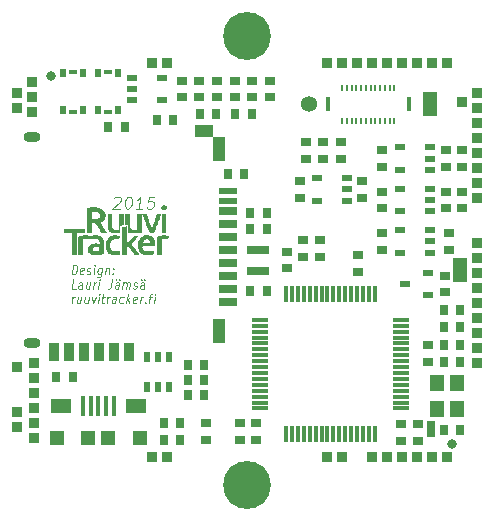
<source format=gts>
G04 (created by PCBNEW (2013-jul-07)-stable) date su 14. joulukuuta 2014 12.55.15*
%MOIN*%
G04 Gerber Fmt 3.4, Leading zero omitted, Abs format*
%FSLAX34Y34*%
G01*
G70*
G90*
G04 APERTURE LIST*
%ADD10C,0.000787402*%
%ADD11C,0.00393701*%
%ADD12C,0.0001*%
%ADD13R,0.0377622X0.0377622*%
%ADD14R,0.0337622X0.0299622*%
%ADD15R,0.0299622X0.0337622*%
%ADD16R,0.0181102X0.0653543*%
%ADD17R,0.0496063X0.0496063*%
%ADD18R,0.0653543X0.0496063*%
%ADD19R,0.0323622X0.0223622*%
%ADD20R,0.0240622X0.0259622*%
%ADD21R,0.0299622X0.0180622*%
%ADD22R,0.0535622X0.0141622*%
%ADD23R,0.0141622X0.0535622*%
%ADD24R,0.0112205X0.0259843*%
%ADD25R,0.0775591X0.0293307*%
%ADD26R,0.0223622X0.0323622*%
%ADD27R,0.0495622X0.0574622*%
%ADD28C,0.0535433*%
%ADD29R,0.0614622X0.0220622*%
%ADD30R,0.0614622X0.0259622*%
%ADD31R,0.0338622X0.0614622*%
%ADD32O,0.0574803X0.0338583*%
%ADD33R,0.0417323X0.0811024*%
%ADD34R,0.0614173X0.0417323*%
%ADD35C,0.0317*%
%ADD36R,0.0456693X0.0811024*%
%ADD37C,0.159843*%
%ADD38R,0.0114173X0.0220472*%
%ADD39R,0.0173228X0.0456693*%
%ADD40R,0.0299213X0.0535433*%
%ADD41R,0.0220472X0.0141732*%
%ADD42R,0.0102362X0.0377953*%
%ADD43R,0.0102362X0.0102362*%
%ADD44R,0.0476378X0.0830709*%
G04 APERTURE END LIST*
G54D10*
G54D11*
X76183Y-33751D02*
X76204Y-33733D01*
X76244Y-33714D01*
X76337Y-33714D01*
X76373Y-33733D01*
X76389Y-33751D01*
X76403Y-33789D01*
X76398Y-33826D01*
X76373Y-33883D01*
X76119Y-34108D01*
X76363Y-34108D01*
X76656Y-33714D02*
X76694Y-33714D01*
X76729Y-33733D01*
X76745Y-33751D01*
X76759Y-33789D01*
X76769Y-33864D01*
X76757Y-33958D01*
X76729Y-34033D01*
X76705Y-34070D01*
X76684Y-34089D01*
X76644Y-34108D01*
X76607Y-34108D01*
X76572Y-34089D01*
X76555Y-34070D01*
X76541Y-34033D01*
X76532Y-33958D01*
X76544Y-33864D01*
X76572Y-33789D01*
X76595Y-33751D01*
X76616Y-33733D01*
X76656Y-33714D01*
X77113Y-34108D02*
X76888Y-34108D01*
X77001Y-34108D02*
X77050Y-33714D01*
X77005Y-33770D01*
X76963Y-33808D01*
X76923Y-33826D01*
X77519Y-33714D02*
X77331Y-33714D01*
X77289Y-33901D01*
X77310Y-33883D01*
X77350Y-33864D01*
X77444Y-33864D01*
X77479Y-33883D01*
X77495Y-33901D01*
X77509Y-33939D01*
X77497Y-34033D01*
X77474Y-34070D01*
X77453Y-34089D01*
X77413Y-34108D01*
X77319Y-34108D01*
X77284Y-34089D01*
X77268Y-34070D01*
X74758Y-36296D02*
X74797Y-35981D01*
X74863Y-35981D01*
X74900Y-35996D01*
X74923Y-36026D01*
X74932Y-36056D01*
X74938Y-36116D01*
X74932Y-36161D01*
X74912Y-36221D01*
X74895Y-36251D01*
X74865Y-36281D01*
X74823Y-36296D01*
X74758Y-36296D01*
X75140Y-36281D02*
X75112Y-36296D01*
X75060Y-36296D01*
X75035Y-36281D01*
X75026Y-36251D01*
X75041Y-36131D01*
X75058Y-36101D01*
X75086Y-36086D01*
X75138Y-36086D01*
X75163Y-36101D01*
X75172Y-36131D01*
X75168Y-36161D01*
X75033Y-36191D01*
X75258Y-36281D02*
X75283Y-36296D01*
X75335Y-36296D01*
X75363Y-36281D01*
X75380Y-36251D01*
X75382Y-36236D01*
X75373Y-36206D01*
X75348Y-36191D01*
X75309Y-36191D01*
X75285Y-36176D01*
X75275Y-36146D01*
X75277Y-36131D01*
X75294Y-36101D01*
X75322Y-36086D01*
X75362Y-36086D01*
X75386Y-36101D01*
X75493Y-36296D02*
X75519Y-36086D01*
X75532Y-35981D02*
X75517Y-35996D01*
X75528Y-36011D01*
X75543Y-35996D01*
X75532Y-35981D01*
X75528Y-36011D01*
X75768Y-36086D02*
X75736Y-36341D01*
X75720Y-36371D01*
X75705Y-36386D01*
X75676Y-36401D01*
X75637Y-36401D01*
X75613Y-36386D01*
X75744Y-36281D02*
X75716Y-36296D01*
X75663Y-36296D01*
X75639Y-36281D01*
X75628Y-36266D01*
X75618Y-36236D01*
X75630Y-36146D01*
X75646Y-36116D01*
X75661Y-36101D01*
X75690Y-36086D01*
X75742Y-36086D01*
X75766Y-36101D01*
X75900Y-36086D02*
X75873Y-36296D01*
X75896Y-36116D02*
X75911Y-36101D01*
X75939Y-36086D01*
X75978Y-36086D01*
X76003Y-36101D01*
X76012Y-36131D01*
X75991Y-36296D01*
X76126Y-36266D02*
X76138Y-36281D01*
X76123Y-36296D01*
X76111Y-36281D01*
X76126Y-36266D01*
X76123Y-36296D01*
X76147Y-36101D02*
X76158Y-36116D01*
X76143Y-36131D01*
X76132Y-36116D01*
X76147Y-36101D01*
X76143Y-36131D01*
X74889Y-36777D02*
X74758Y-36777D01*
X74797Y-36462D01*
X75099Y-36777D02*
X75120Y-36612D01*
X75110Y-36582D01*
X75086Y-36567D01*
X75033Y-36567D01*
X75005Y-36582D01*
X75101Y-36762D02*
X75073Y-36777D01*
X75007Y-36777D01*
X74983Y-36762D01*
X74973Y-36732D01*
X74977Y-36702D01*
X74994Y-36672D01*
X75022Y-36657D01*
X75088Y-36657D01*
X75116Y-36642D01*
X75375Y-36567D02*
X75348Y-36777D01*
X75257Y-36567D02*
X75236Y-36732D01*
X75245Y-36762D01*
X75270Y-36777D01*
X75309Y-36777D01*
X75337Y-36762D01*
X75352Y-36747D01*
X75480Y-36777D02*
X75506Y-36567D01*
X75498Y-36627D02*
X75515Y-36597D01*
X75530Y-36582D01*
X75558Y-36567D01*
X75585Y-36567D01*
X75650Y-36777D02*
X75676Y-36567D01*
X75690Y-36462D02*
X75675Y-36477D01*
X75686Y-36492D01*
X75701Y-36477D01*
X75690Y-36462D01*
X75686Y-36492D01*
X76110Y-36462D02*
X76081Y-36687D01*
X76063Y-36732D01*
X76033Y-36762D01*
X75991Y-36777D01*
X75965Y-36777D01*
X76320Y-36777D02*
X76340Y-36612D01*
X76331Y-36582D01*
X76306Y-36567D01*
X76254Y-36567D01*
X76226Y-36582D01*
X76321Y-36762D02*
X76293Y-36777D01*
X76228Y-36777D01*
X76203Y-36762D01*
X76194Y-36732D01*
X76198Y-36702D01*
X76215Y-36672D01*
X76243Y-36657D01*
X76308Y-36657D01*
X76336Y-36642D01*
X76241Y-36462D02*
X76252Y-36477D01*
X76237Y-36492D01*
X76226Y-36477D01*
X76241Y-36462D01*
X76237Y-36492D01*
X76346Y-36462D02*
X76357Y-36477D01*
X76342Y-36492D01*
X76331Y-36477D01*
X76346Y-36462D01*
X76342Y-36492D01*
X76451Y-36777D02*
X76477Y-36567D01*
X76473Y-36597D02*
X76488Y-36582D01*
X76516Y-36567D01*
X76556Y-36567D01*
X76580Y-36582D01*
X76589Y-36612D01*
X76569Y-36777D01*
X76589Y-36612D02*
X76606Y-36582D01*
X76634Y-36567D01*
X76674Y-36567D01*
X76698Y-36582D01*
X76708Y-36612D01*
X76687Y-36777D01*
X76807Y-36762D02*
X76831Y-36777D01*
X76884Y-36777D01*
X76912Y-36762D01*
X76929Y-36732D01*
X76931Y-36717D01*
X76921Y-36687D01*
X76897Y-36672D01*
X76858Y-36672D01*
X76833Y-36657D01*
X76824Y-36627D01*
X76826Y-36612D01*
X76843Y-36582D01*
X76871Y-36567D01*
X76910Y-36567D01*
X76934Y-36582D01*
X77159Y-36777D02*
X77180Y-36612D01*
X77171Y-36582D01*
X77146Y-36567D01*
X77094Y-36567D01*
X77066Y-36582D01*
X77161Y-36762D02*
X77133Y-36777D01*
X77068Y-36777D01*
X77043Y-36762D01*
X77034Y-36732D01*
X77038Y-36702D01*
X77054Y-36672D01*
X77083Y-36657D01*
X77148Y-36657D01*
X77176Y-36642D01*
X77081Y-36462D02*
X77092Y-36477D01*
X77077Y-36492D01*
X77066Y-36477D01*
X77081Y-36462D01*
X77077Y-36492D01*
X77186Y-36462D02*
X77197Y-36477D01*
X77182Y-36492D01*
X77171Y-36477D01*
X77186Y-36462D01*
X77182Y-36492D01*
X74758Y-37257D02*
X74784Y-37047D01*
X74777Y-37107D02*
X74793Y-37077D01*
X74808Y-37062D01*
X74837Y-37047D01*
X74863Y-37047D01*
X75073Y-37047D02*
X75047Y-37257D01*
X74955Y-37047D02*
X74934Y-37212D01*
X74943Y-37242D01*
X74968Y-37257D01*
X75007Y-37257D01*
X75035Y-37242D01*
X75050Y-37227D01*
X75322Y-37047D02*
X75296Y-37257D01*
X75204Y-37047D02*
X75183Y-37212D01*
X75193Y-37242D01*
X75217Y-37257D01*
X75257Y-37257D01*
X75285Y-37242D01*
X75300Y-37227D01*
X75427Y-37047D02*
X75467Y-37257D01*
X75558Y-37047D01*
X75637Y-37257D02*
X75663Y-37047D01*
X75676Y-36942D02*
X75661Y-36957D01*
X75673Y-36972D01*
X75688Y-36957D01*
X75676Y-36942D01*
X75673Y-36972D01*
X75755Y-37047D02*
X75860Y-37047D01*
X75808Y-36942D02*
X75774Y-37212D01*
X75783Y-37242D01*
X75808Y-37257D01*
X75834Y-37257D01*
X75926Y-37257D02*
X75952Y-37047D01*
X75945Y-37107D02*
X75961Y-37077D01*
X75976Y-37062D01*
X76005Y-37047D01*
X76031Y-37047D01*
X76215Y-37257D02*
X76235Y-37092D01*
X76226Y-37062D01*
X76201Y-37047D01*
X76149Y-37047D01*
X76121Y-37062D01*
X76216Y-37242D02*
X76188Y-37257D01*
X76123Y-37257D01*
X76098Y-37242D01*
X76089Y-37212D01*
X76093Y-37182D01*
X76110Y-37152D01*
X76138Y-37137D01*
X76203Y-37137D01*
X76231Y-37122D01*
X76466Y-37242D02*
X76438Y-37257D01*
X76385Y-37257D01*
X76361Y-37242D01*
X76350Y-37227D01*
X76340Y-37197D01*
X76351Y-37107D01*
X76368Y-37077D01*
X76383Y-37062D01*
X76411Y-37047D01*
X76464Y-37047D01*
X76488Y-37062D01*
X76582Y-37257D02*
X76621Y-36942D01*
X76623Y-37137D02*
X76687Y-37257D01*
X76713Y-37047D02*
X76593Y-37167D01*
X76912Y-37242D02*
X76884Y-37257D01*
X76831Y-37257D01*
X76807Y-37242D01*
X76798Y-37212D01*
X76813Y-37092D01*
X76829Y-37062D01*
X76858Y-37047D01*
X76910Y-37047D01*
X76934Y-37062D01*
X76944Y-37092D01*
X76940Y-37122D01*
X76805Y-37152D01*
X77041Y-37257D02*
X77068Y-37047D01*
X77060Y-37107D02*
X77077Y-37077D01*
X77092Y-37062D01*
X77120Y-37047D01*
X77146Y-37047D01*
X77216Y-37227D02*
X77227Y-37242D01*
X77212Y-37257D01*
X77201Y-37242D01*
X77216Y-37227D01*
X77212Y-37257D01*
X77330Y-37047D02*
X77435Y-37047D01*
X77343Y-37257D02*
X77377Y-36987D01*
X77394Y-36957D01*
X77422Y-36942D01*
X77448Y-36942D01*
X77501Y-37257D02*
X77527Y-37047D01*
X77540Y-36942D02*
X77525Y-36957D01*
X77536Y-36972D01*
X77551Y-36957D01*
X77540Y-36942D01*
X77536Y-36972D01*
G54D12*
G36*
X76382Y-35624D02*
X76381Y-35630D01*
X76379Y-35633D01*
X76372Y-35635D01*
X76359Y-35639D01*
X76342Y-35644D01*
X76333Y-35646D01*
X76304Y-35651D01*
X76270Y-35655D01*
X76234Y-35657D01*
X76197Y-35657D01*
X76164Y-35656D01*
X76137Y-35653D01*
X76092Y-35642D01*
X76054Y-35627D01*
X76019Y-35607D01*
X75987Y-35581D01*
X75976Y-35570D01*
X75947Y-35537D01*
X75924Y-35501D01*
X75907Y-35461D01*
X75897Y-35416D01*
X75891Y-35366D01*
X75890Y-35329D01*
X75892Y-35276D01*
X75900Y-35230D01*
X75913Y-35188D01*
X75933Y-35150D01*
X75959Y-35114D01*
X75980Y-35090D01*
X76019Y-35055D01*
X76061Y-35029D01*
X76106Y-35010D01*
X76156Y-34998D01*
X76210Y-34995D01*
X76231Y-34995D01*
X76254Y-34997D01*
X76279Y-35000D01*
X76304Y-35004D01*
X76328Y-35009D01*
X76348Y-35013D01*
X76362Y-35018D01*
X76365Y-35020D01*
X76367Y-35023D01*
X76368Y-35030D01*
X76366Y-35042D01*
X76362Y-35060D01*
X76358Y-35076D01*
X76353Y-35096D01*
X76348Y-35113D01*
X76345Y-35125D01*
X76343Y-35130D01*
X76338Y-35130D01*
X76327Y-35128D01*
X76317Y-35125D01*
X76275Y-35117D01*
X76233Y-35115D01*
X76194Y-35118D01*
X76158Y-35126D01*
X76126Y-35139D01*
X76100Y-35157D01*
X76091Y-35166D01*
X76072Y-35191D01*
X76058Y-35219D01*
X76049Y-35250D01*
X76043Y-35286D01*
X76042Y-35329D01*
X76042Y-35362D01*
X76045Y-35389D01*
X76049Y-35411D01*
X76056Y-35432D01*
X76063Y-35449D01*
X76080Y-35478D01*
X76101Y-35500D01*
X76127Y-35517D01*
X76160Y-35529D01*
X76167Y-35530D01*
X76187Y-35534D01*
X76212Y-35535D01*
X76242Y-35536D01*
X76272Y-35535D01*
X76301Y-35533D01*
X76325Y-35529D01*
X76330Y-35528D01*
X76346Y-35525D01*
X76358Y-35523D01*
X76364Y-35523D01*
X76365Y-35523D01*
X76366Y-35528D01*
X76369Y-35539D01*
X76372Y-35556D01*
X76376Y-35577D01*
X76380Y-35599D01*
X76382Y-35615D01*
X76382Y-35624D01*
X76382Y-35624D01*
X76382Y-35624D01*
G37*
G36*
X77553Y-35315D02*
X77552Y-35341D01*
X77549Y-35366D01*
X77390Y-35366D01*
X77390Y-35260D01*
X77390Y-35250D01*
X77389Y-35239D01*
X77386Y-35225D01*
X77384Y-35218D01*
X77370Y-35187D01*
X77351Y-35161D01*
X77326Y-35143D01*
X77297Y-35132D01*
X77265Y-35129D01*
X77242Y-35131D01*
X77211Y-35140D01*
X77185Y-35157D01*
X77164Y-35181D01*
X77149Y-35212D01*
X77139Y-35246D01*
X77136Y-35260D01*
X77263Y-35260D01*
X77390Y-35260D01*
X77390Y-35366D01*
X77339Y-35366D01*
X77288Y-35366D01*
X77246Y-35366D01*
X77211Y-35367D01*
X77182Y-35367D01*
X77160Y-35368D01*
X77143Y-35369D01*
X77131Y-35371D01*
X77123Y-35373D01*
X77118Y-35377D01*
X77116Y-35381D01*
X77115Y-35386D01*
X77116Y-35393D01*
X77117Y-35400D01*
X77117Y-35401D01*
X77127Y-35435D01*
X77144Y-35465D01*
X77168Y-35491D01*
X77199Y-35512D01*
X77226Y-35524D01*
X77252Y-35530D01*
X77284Y-35534D01*
X77321Y-35536D01*
X77360Y-35536D01*
X77399Y-35533D01*
X77436Y-35527D01*
X77460Y-35522D01*
X77479Y-35518D01*
X77489Y-35517D01*
X77492Y-35519D01*
X77493Y-35525D01*
X77495Y-35538D01*
X77498Y-35555D01*
X77501Y-35572D01*
X77504Y-35592D01*
X77506Y-35609D01*
X77506Y-35620D01*
X77506Y-35624D01*
X77499Y-35628D01*
X77486Y-35632D01*
X77467Y-35637D01*
X77444Y-35642D01*
X77419Y-35647D01*
X77394Y-35651D01*
X77389Y-35652D01*
X77344Y-35657D01*
X77299Y-35658D01*
X77255Y-35657D01*
X77217Y-35652D01*
X77216Y-35652D01*
X77164Y-35638D01*
X77116Y-35618D01*
X77075Y-35592D01*
X77040Y-35559D01*
X77012Y-35521D01*
X76990Y-35476D01*
X76974Y-35427D01*
X76966Y-35372D01*
X76965Y-35333D01*
X76968Y-35274D01*
X76978Y-35219D01*
X76996Y-35170D01*
X77021Y-35126D01*
X77053Y-35086D01*
X77070Y-35069D01*
X77109Y-35039D01*
X77153Y-35016D01*
X77200Y-35002D01*
X77251Y-34995D01*
X77284Y-34995D01*
X77335Y-35002D01*
X77382Y-35015D01*
X77424Y-35036D01*
X77461Y-35065D01*
X77493Y-35100D01*
X77512Y-35129D01*
X77523Y-35152D01*
X77532Y-35180D01*
X77540Y-35213D01*
X77547Y-35249D01*
X77551Y-35283D01*
X77553Y-35315D01*
X77553Y-35315D01*
X77553Y-35315D01*
G37*
G36*
X75832Y-35626D02*
X75790Y-35633D01*
X75736Y-35642D01*
X75682Y-35648D01*
X75670Y-35649D01*
X75670Y-35525D01*
X75670Y-35452D01*
X75670Y-35380D01*
X75658Y-35376D01*
X75644Y-35374D01*
X75624Y-35373D01*
X75600Y-35373D01*
X75575Y-35374D01*
X75551Y-35376D01*
X75530Y-35378D01*
X75517Y-35381D01*
X75494Y-35393D01*
X75477Y-35409D01*
X75466Y-35428D01*
X75462Y-35449D01*
X75463Y-35470D01*
X75471Y-35490D01*
X75485Y-35507D01*
X75505Y-35519D01*
X75518Y-35524D01*
X75533Y-35526D01*
X75553Y-35528D01*
X75577Y-35530D01*
X75603Y-35530D01*
X75626Y-35530D01*
X75646Y-35528D01*
X75654Y-35527D01*
X75670Y-35525D01*
X75670Y-35649D01*
X75629Y-35652D01*
X75580Y-35654D01*
X75534Y-35654D01*
X75495Y-35651D01*
X75473Y-35648D01*
X75437Y-35640D01*
X75407Y-35630D01*
X75382Y-35618D01*
X75360Y-35602D01*
X75340Y-35582D01*
X75339Y-35581D01*
X75318Y-35554D01*
X75305Y-35523D01*
X75298Y-35487D01*
X75297Y-35455D01*
X75299Y-35419D01*
X75308Y-35389D01*
X75322Y-35362D01*
X75341Y-35339D01*
X75365Y-35317D01*
X75391Y-35301D01*
X75421Y-35288D01*
X75440Y-35282D01*
X75499Y-35271D01*
X75562Y-35267D01*
X75628Y-35271D01*
X75662Y-35276D01*
X75676Y-35277D01*
X75685Y-35272D01*
X75690Y-35262D01*
X75692Y-35245D01*
X75691Y-35229D01*
X75685Y-35195D01*
X75673Y-35166D01*
X75655Y-35143D01*
X75630Y-35127D01*
X75599Y-35115D01*
X75561Y-35110D01*
X75539Y-35109D01*
X75518Y-35110D01*
X75493Y-35112D01*
X75465Y-35114D01*
X75438Y-35118D01*
X75413Y-35121D01*
X75393Y-35125D01*
X75379Y-35129D01*
X75370Y-35131D01*
X75360Y-35132D01*
X75346Y-35130D01*
X75327Y-35127D01*
X75321Y-35126D01*
X75293Y-35122D01*
X75265Y-35119D01*
X75235Y-35119D01*
X75207Y-35120D01*
X75182Y-35122D01*
X75160Y-35126D01*
X75145Y-35131D01*
X75138Y-35137D01*
X75137Y-35142D01*
X75136Y-35156D01*
X75136Y-35176D01*
X75135Y-35203D01*
X75135Y-35236D01*
X75135Y-35273D01*
X75134Y-35315D01*
X75134Y-35359D01*
X75134Y-35392D01*
X75134Y-35641D01*
X75059Y-35641D01*
X74983Y-35641D01*
X74983Y-35342D01*
X74983Y-35043D01*
X75004Y-35037D01*
X75017Y-35033D01*
X75035Y-35028D01*
X75058Y-35022D01*
X75081Y-35016D01*
X75083Y-35015D01*
X75104Y-35010D01*
X75121Y-35006D01*
X75136Y-35004D01*
X75152Y-35002D01*
X75170Y-35001D01*
X75193Y-35001D01*
X75222Y-35001D01*
X75225Y-35001D01*
X75261Y-35001D01*
X75290Y-35002D01*
X75313Y-35004D01*
X75331Y-35006D01*
X75342Y-35008D01*
X75356Y-35012D01*
X75367Y-35013D01*
X75378Y-35013D01*
X75391Y-35012D01*
X75409Y-35010D01*
X75428Y-35006D01*
X75455Y-35002D01*
X75480Y-34999D01*
X75508Y-34997D01*
X75541Y-34996D01*
X75560Y-34996D01*
X75596Y-34997D01*
X75625Y-34998D01*
X75650Y-35001D01*
X75672Y-35005D01*
X75692Y-35012D01*
X75714Y-35021D01*
X75718Y-35023D01*
X75740Y-35036D01*
X75763Y-35055D01*
X75784Y-35076D01*
X75801Y-35098D01*
X75805Y-35106D01*
X75810Y-35118D01*
X75815Y-35129D01*
X75819Y-35142D01*
X75823Y-35156D01*
X75825Y-35172D01*
X75827Y-35192D01*
X75829Y-35215D01*
X75830Y-35243D01*
X75831Y-35277D01*
X75831Y-35318D01*
X75832Y-35366D01*
X75832Y-35413D01*
X75832Y-35626D01*
X75832Y-35626D01*
X75832Y-35626D01*
G37*
G36*
X75192Y-34927D02*
X75066Y-34927D01*
X75028Y-34928D01*
X74999Y-34928D01*
X74976Y-34928D01*
X74959Y-34929D01*
X74948Y-34930D01*
X74940Y-34931D01*
X74935Y-34933D01*
X74933Y-34935D01*
X74931Y-34936D01*
X74930Y-34940D01*
X74929Y-34946D01*
X74928Y-34954D01*
X74928Y-34966D01*
X74927Y-34982D01*
X74927Y-35002D01*
X74926Y-35028D01*
X74926Y-35059D01*
X74926Y-35096D01*
X74926Y-35140D01*
X74926Y-35192D01*
X74926Y-35251D01*
X74926Y-35291D01*
X74926Y-35641D01*
X74846Y-35641D01*
X74766Y-35641D01*
X74766Y-35291D01*
X74766Y-35227D01*
X74766Y-35171D01*
X74766Y-35122D01*
X74766Y-35081D01*
X74766Y-35046D01*
X74765Y-35017D01*
X74765Y-34994D01*
X74764Y-34975D01*
X74764Y-34961D01*
X74763Y-34951D01*
X74762Y-34943D01*
X74761Y-34938D01*
X74760Y-34935D01*
X74759Y-34935D01*
X74756Y-34932D01*
X74751Y-34931D01*
X74743Y-34930D01*
X74730Y-34929D01*
X74713Y-34928D01*
X74689Y-34928D01*
X74658Y-34927D01*
X74624Y-34927D01*
X74496Y-34927D01*
X74496Y-34861D01*
X74496Y-34794D01*
X74844Y-34794D01*
X75192Y-34794D01*
X75192Y-34861D01*
X75192Y-34927D01*
X75192Y-34927D01*
X75192Y-34927D01*
G37*
G36*
X77018Y-35641D02*
X76935Y-35641D01*
X76852Y-35641D01*
X76824Y-35598D01*
X76784Y-35538D01*
X76746Y-35484D01*
X76708Y-35436D01*
X76672Y-35397D01*
X76672Y-35396D01*
X76653Y-35377D01*
X76638Y-35363D01*
X76627Y-35354D01*
X76620Y-35350D01*
X76614Y-35348D01*
X76607Y-35349D01*
X76601Y-35350D01*
X76597Y-35353D01*
X76594Y-35358D01*
X76591Y-35367D01*
X76590Y-35381D01*
X76589Y-35400D01*
X76588Y-35425D01*
X76588Y-35456D01*
X76588Y-35496D01*
X76588Y-35502D01*
X76588Y-35641D01*
X76515Y-35641D01*
X76442Y-35641D01*
X76442Y-35183D01*
X76442Y-34725D01*
X76480Y-34720D01*
X76501Y-34717D01*
X76522Y-34714D01*
X76539Y-34711D01*
X76541Y-34710D01*
X76557Y-34707D01*
X76571Y-34704D01*
X76576Y-34703D01*
X76588Y-34700D01*
X76588Y-34969D01*
X76588Y-35025D01*
X76588Y-35073D01*
X76588Y-35113D01*
X76588Y-35146D01*
X76589Y-35173D01*
X76589Y-35195D01*
X76590Y-35212D01*
X76590Y-35224D01*
X76591Y-35233D01*
X76592Y-35239D01*
X76594Y-35242D01*
X76595Y-35244D01*
X76607Y-35250D01*
X76620Y-35249D01*
X76631Y-35243D01*
X76638Y-35237D01*
X76649Y-35224D01*
X76665Y-35207D01*
X76683Y-35187D01*
X76703Y-35165D01*
X76724Y-35141D01*
X76745Y-35117D01*
X76764Y-35095D01*
X76782Y-35074D01*
X76796Y-35057D01*
X76834Y-35012D01*
X76915Y-35012D01*
X76997Y-35012D01*
X76988Y-35022D01*
X76946Y-35069D01*
X76909Y-35111D01*
X76875Y-35148D01*
X76844Y-35182D01*
X76815Y-35212D01*
X76792Y-35236D01*
X76776Y-35254D01*
X76765Y-35267D01*
X76759Y-35277D01*
X76756Y-35283D01*
X76756Y-35284D01*
X76759Y-35292D01*
X76766Y-35304D01*
X76779Y-35320D01*
X76798Y-35341D01*
X76836Y-35384D01*
X76873Y-35429D01*
X76909Y-35474D01*
X76941Y-35518D01*
X76970Y-35559D01*
X76994Y-35597D01*
X77011Y-35627D01*
X77018Y-35641D01*
X77018Y-35641D01*
X77018Y-35641D01*
G37*
G36*
X77996Y-35018D02*
X77996Y-35022D01*
X77994Y-35034D01*
X77991Y-35050D01*
X77988Y-35068D01*
X77984Y-35088D01*
X77980Y-35105D01*
X77977Y-35119D01*
X77974Y-35128D01*
X77974Y-35130D01*
X77969Y-35130D01*
X77958Y-35128D01*
X77942Y-35125D01*
X77935Y-35124D01*
X77909Y-35121D01*
X77882Y-35119D01*
X77853Y-35119D01*
X77826Y-35120D01*
X77802Y-35123D01*
X77782Y-35127D01*
X77767Y-35132D01*
X77761Y-35137D01*
X77761Y-35142D01*
X77760Y-35156D01*
X77760Y-35176D01*
X77759Y-35203D01*
X77759Y-35236D01*
X77758Y-35273D01*
X77758Y-35315D01*
X77758Y-35359D01*
X77758Y-35392D01*
X77758Y-35641D01*
X77683Y-35641D01*
X77607Y-35641D01*
X77608Y-35341D01*
X77610Y-35040D01*
X77661Y-35026D01*
X77705Y-35015D01*
X77743Y-35007D01*
X77777Y-35002D01*
X77811Y-35000D01*
X77847Y-34999D01*
X77871Y-35000D01*
X77900Y-35002D01*
X77929Y-35004D01*
X77954Y-35007D01*
X77974Y-35011D01*
X77989Y-35014D01*
X77996Y-35018D01*
X77996Y-35018D01*
X77996Y-35018D01*
G37*
G36*
X76490Y-34661D02*
X76454Y-34664D01*
X76426Y-34667D01*
X76405Y-34671D01*
X76392Y-34676D01*
X76384Y-34683D01*
X76384Y-34684D01*
X76383Y-34691D01*
X76381Y-34705D01*
X76381Y-34727D01*
X76380Y-34754D01*
X76380Y-34787D01*
X76380Y-34807D01*
X76380Y-34923D01*
X76370Y-34925D01*
X76342Y-34929D01*
X76310Y-34933D01*
X76274Y-34935D01*
X76237Y-34935D01*
X76202Y-34935D01*
X76171Y-34933D01*
X76151Y-34930D01*
X76105Y-34918D01*
X76065Y-34900D01*
X76031Y-34876D01*
X76008Y-34851D01*
X75993Y-34829D01*
X75982Y-34807D01*
X75973Y-34781D01*
X75965Y-34750D01*
X75963Y-34741D01*
X75961Y-34731D01*
X75959Y-34720D01*
X75958Y-34708D01*
X75956Y-34694D01*
X75956Y-34678D01*
X75955Y-34658D01*
X75954Y-34634D01*
X75954Y-34604D01*
X75954Y-34567D01*
X75954Y-34524D01*
X75954Y-34494D01*
X75954Y-34289D01*
X76027Y-34289D01*
X76100Y-34289D01*
X76100Y-34457D01*
X76100Y-34518D01*
X76101Y-34571D01*
X76102Y-34616D01*
X76104Y-34655D01*
X76107Y-34687D01*
X76111Y-34714D01*
X76116Y-34736D01*
X76122Y-34754D01*
X76130Y-34769D01*
X76139Y-34780D01*
X76150Y-34790D01*
X76162Y-34798D01*
X76170Y-34802D01*
X76181Y-34807D01*
X76190Y-34810D01*
X76200Y-34812D01*
X76214Y-34814D01*
X76231Y-34814D01*
X76253Y-34814D01*
X76285Y-34813D01*
X76309Y-34810D01*
X76326Y-34807D01*
X76337Y-34802D01*
X76341Y-34798D01*
X76341Y-34792D01*
X76342Y-34779D01*
X76342Y-34758D01*
X76343Y-34731D01*
X76343Y-34699D01*
X76344Y-34661D01*
X76344Y-34620D01*
X76344Y-34575D01*
X76344Y-34541D01*
X76344Y-34289D01*
X76417Y-34289D01*
X76490Y-34289D01*
X76490Y-34475D01*
X76490Y-34661D01*
X76490Y-34661D01*
X76490Y-34661D01*
G37*
G36*
X77093Y-34901D02*
X77076Y-34905D01*
X77045Y-34912D01*
X77008Y-34919D01*
X76967Y-34925D01*
X76924Y-34930D01*
X76884Y-34934D01*
X76847Y-34936D01*
X76829Y-34936D01*
X76805Y-34935D01*
X76779Y-34933D01*
X76756Y-34930D01*
X76750Y-34929D01*
X76727Y-34924D01*
X76702Y-34916D01*
X76682Y-34908D01*
X76650Y-34892D01*
X76650Y-34770D01*
X76650Y-34734D01*
X76650Y-34706D01*
X76649Y-34684D01*
X76649Y-34668D01*
X76648Y-34657D01*
X76647Y-34650D01*
X76645Y-34645D01*
X76643Y-34641D01*
X76641Y-34639D01*
X76633Y-34633D01*
X76624Y-34631D01*
X76611Y-34632D01*
X76594Y-34637D01*
X76579Y-34641D01*
X76567Y-34643D01*
X76562Y-34644D01*
X76552Y-34644D01*
X76552Y-34467D01*
X76552Y-34289D01*
X76627Y-34289D01*
X76702Y-34289D01*
X76704Y-34496D01*
X76705Y-34704D01*
X76717Y-34736D01*
X76728Y-34762D01*
X76740Y-34780D01*
X76756Y-34793D01*
X76776Y-34804D01*
X76786Y-34808D01*
X76796Y-34811D01*
X76808Y-34813D01*
X76824Y-34813D01*
X76846Y-34814D01*
X76857Y-34813D01*
X76886Y-34813D01*
X76907Y-34811D01*
X76922Y-34808D01*
X76932Y-34804D01*
X76938Y-34798D01*
X76939Y-34797D01*
X76940Y-34792D01*
X76940Y-34779D01*
X76941Y-34758D01*
X76941Y-34731D01*
X76942Y-34699D01*
X76942Y-34661D01*
X76942Y-34620D01*
X76942Y-34575D01*
X76942Y-34541D01*
X76942Y-34289D01*
X77018Y-34289D01*
X77093Y-34289D01*
X77093Y-34595D01*
X77093Y-34901D01*
X77093Y-34901D01*
X77093Y-34901D01*
G37*
G36*
X75932Y-34920D02*
X75928Y-34921D01*
X75916Y-34922D01*
X75898Y-34922D01*
X75875Y-34923D01*
X75849Y-34923D01*
X75846Y-34923D01*
X75760Y-34923D01*
X75712Y-34840D01*
X75707Y-34830D01*
X75707Y-34336D01*
X75704Y-34304D01*
X75694Y-34279D01*
X75678Y-34258D01*
X75655Y-34242D01*
X75652Y-34240D01*
X75629Y-34231D01*
X75599Y-34224D01*
X75566Y-34218D01*
X75530Y-34215D01*
X75496Y-34215D01*
X75478Y-34216D01*
X75444Y-34219D01*
X75444Y-34339D01*
X75444Y-34459D01*
X75519Y-34456D01*
X75549Y-34455D01*
X75576Y-34453D01*
X75598Y-34451D01*
X75613Y-34448D01*
X75615Y-34448D01*
X75648Y-34436D01*
X75673Y-34420D01*
X75690Y-34401D01*
X75701Y-34378D01*
X75706Y-34348D01*
X75707Y-34336D01*
X75707Y-34830D01*
X75691Y-34804D01*
X75669Y-34767D01*
X75647Y-34732D01*
X75627Y-34700D01*
X75608Y-34671D01*
X75591Y-34646D01*
X75577Y-34627D01*
X75567Y-34616D01*
X75552Y-34600D01*
X75494Y-34600D01*
X75469Y-34600D01*
X75451Y-34600D01*
X75440Y-34602D01*
X75433Y-34604D01*
X75429Y-34606D01*
X75427Y-34609D01*
X75426Y-34614D01*
X75424Y-34622D01*
X75424Y-34633D01*
X75423Y-34650D01*
X75423Y-34671D01*
X75422Y-34699D01*
X75422Y-34735D01*
X75422Y-34768D01*
X75422Y-34923D01*
X75342Y-34923D01*
X75263Y-34923D01*
X75263Y-34504D01*
X75263Y-34444D01*
X75263Y-34387D01*
X75263Y-34332D01*
X75263Y-34282D01*
X75263Y-34236D01*
X75263Y-34195D01*
X75263Y-34159D01*
X75263Y-34130D01*
X75264Y-34107D01*
X75264Y-34093D01*
X75264Y-34086D01*
X75264Y-34085D01*
X75269Y-34085D01*
X75280Y-34083D01*
X75297Y-34081D01*
X75311Y-34079D01*
X75350Y-34074D01*
X75394Y-34070D01*
X75440Y-34067D01*
X75485Y-34066D01*
X75528Y-34066D01*
X75562Y-34068D01*
X75628Y-34076D01*
X75687Y-34088D01*
X75738Y-34105D01*
X75782Y-34127D01*
X75819Y-34154D01*
X75848Y-34186D01*
X75870Y-34223D01*
X75884Y-34264D01*
X75885Y-34268D01*
X75891Y-34308D01*
X75892Y-34350D01*
X75887Y-34391D01*
X75877Y-34430D01*
X75869Y-34449D01*
X75858Y-34466D01*
X75841Y-34486D01*
X75821Y-34506D01*
X75799Y-34525D01*
X75777Y-34540D01*
X75766Y-34546D01*
X75749Y-34556D01*
X75738Y-34566D01*
X75733Y-34577D01*
X75734Y-34589D01*
X75741Y-34605D01*
X75754Y-34626D01*
X75763Y-34638D01*
X75785Y-34670D01*
X75810Y-34706D01*
X75835Y-34746D01*
X75860Y-34786D01*
X75882Y-34825D01*
X75901Y-34858D01*
X75902Y-34861D01*
X75913Y-34882D01*
X75922Y-34899D01*
X75928Y-34912D01*
X75932Y-34919D01*
X75932Y-34920D01*
X75932Y-34920D01*
X75932Y-34920D01*
G37*
G36*
X77745Y-34291D02*
X77743Y-34297D01*
X77740Y-34308D01*
X77735Y-34321D01*
X77730Y-34332D01*
X77727Y-34340D01*
X77727Y-34340D01*
X77724Y-34346D01*
X77720Y-34358D01*
X77713Y-34377D01*
X77705Y-34400D01*
X77696Y-34426D01*
X77690Y-34444D01*
X77673Y-34493D01*
X77653Y-34547D01*
X77632Y-34604D01*
X77609Y-34663D01*
X77586Y-34720D01*
X77563Y-34774D01*
X77542Y-34823D01*
X77529Y-34850D01*
X77495Y-34923D01*
X77430Y-34923D01*
X77366Y-34923D01*
X77337Y-34862D01*
X77308Y-34799D01*
X77279Y-34730D01*
X77249Y-34657D01*
X77221Y-34583D01*
X77194Y-34510D01*
X77170Y-34441D01*
X77155Y-34397D01*
X77148Y-34376D01*
X77142Y-34358D01*
X77137Y-34345D01*
X77134Y-34338D01*
X77133Y-34338D01*
X77130Y-34334D01*
X77126Y-34325D01*
X77121Y-34313D01*
X77117Y-34302D01*
X77115Y-34293D01*
X77115Y-34293D01*
X77119Y-34292D01*
X77131Y-34291D01*
X77149Y-34290D01*
X77171Y-34289D01*
X77197Y-34289D01*
X77227Y-34289D01*
X77249Y-34290D01*
X77264Y-34291D01*
X77274Y-34292D01*
X77278Y-34293D01*
X77279Y-34295D01*
X77281Y-34304D01*
X77284Y-34319D01*
X77290Y-34341D01*
X77298Y-34368D01*
X77307Y-34400D01*
X77318Y-34434D01*
X77329Y-34471D01*
X77341Y-34508D01*
X77353Y-34546D01*
X77364Y-34582D01*
X77376Y-34616D01*
X77386Y-34647D01*
X77393Y-34667D01*
X77402Y-34691D01*
X77409Y-34707D01*
X77414Y-34718D01*
X77419Y-34724D01*
X77423Y-34726D01*
X77424Y-34726D01*
X77437Y-34727D01*
X77447Y-34722D01*
X77456Y-34710D01*
X77461Y-34698D01*
X77471Y-34672D01*
X77482Y-34639D01*
X77495Y-34600D01*
X77509Y-34555D01*
X77525Y-34506D01*
X77541Y-34454D01*
X77557Y-34401D01*
X77573Y-34346D01*
X77581Y-34321D01*
X77590Y-34289D01*
X77667Y-34289D01*
X77692Y-34289D01*
X77714Y-34289D01*
X77731Y-34290D01*
X77742Y-34290D01*
X77745Y-34291D01*
X77745Y-34291D01*
X77745Y-34291D01*
G37*
G36*
X77917Y-34923D02*
X77842Y-34923D01*
X77767Y-34923D01*
X77767Y-34616D01*
X77767Y-34564D01*
X77767Y-34515D01*
X77766Y-34469D01*
X77766Y-34427D01*
X77766Y-34390D01*
X77766Y-34358D01*
X77765Y-34332D01*
X77765Y-34313D01*
X77764Y-34302D01*
X77764Y-34299D01*
X77761Y-34289D01*
X77839Y-34289D01*
X77917Y-34289D01*
X77917Y-34606D01*
X77917Y-34923D01*
X77917Y-34923D01*
X77917Y-34923D01*
G37*
G36*
X77934Y-34086D02*
X77933Y-34093D01*
X77930Y-34107D01*
X77923Y-34119D01*
X77912Y-34132D01*
X77909Y-34135D01*
X77886Y-34153D01*
X77860Y-34163D01*
X77833Y-34164D01*
X77810Y-34159D01*
X77787Y-34146D01*
X77769Y-34128D01*
X77757Y-34106D01*
X77751Y-34082D01*
X77752Y-34057D01*
X77760Y-34034D01*
X77764Y-34027D01*
X77783Y-34006D01*
X77806Y-33991D01*
X77831Y-33985D01*
X77857Y-33986D01*
X77883Y-33994D01*
X77906Y-34010D01*
X77912Y-34016D01*
X77927Y-34037D01*
X77934Y-34059D01*
X77934Y-34086D01*
X77934Y-34086D01*
X77934Y-34086D01*
G37*
G54D13*
X73500Y-41250D03*
X73500Y-41750D03*
X73425Y-30893D03*
X73425Y-30393D03*
X73425Y-29893D03*
X73500Y-40250D03*
X73500Y-40750D03*
X73500Y-39750D03*
X73500Y-39250D03*
G54D14*
X81929Y-36102D03*
X81929Y-35550D03*
X80905Y-41259D03*
X80905Y-41811D03*
X86299Y-41850D03*
X86299Y-41298D03*
X84291Y-36220D03*
X84291Y-35668D03*
G54D15*
X87164Y-38661D03*
X87716Y-38661D03*
G54D14*
X85748Y-41850D03*
X85748Y-41298D03*
G54D15*
X81260Y-34803D03*
X80708Y-34803D03*
G54D14*
X87322Y-34920D03*
X87322Y-35472D03*
X87244Y-33542D03*
X87244Y-34094D03*
X87244Y-32164D03*
X87244Y-32716D03*
G54D15*
X80708Y-36850D03*
X81260Y-36850D03*
G54D14*
X85118Y-35472D03*
X85118Y-34920D03*
X85118Y-34094D03*
X85118Y-33542D03*
X85118Y-32716D03*
X85118Y-32164D03*
X79251Y-41811D03*
X79251Y-41259D03*
X80354Y-41259D03*
X80354Y-41811D03*
X82480Y-35709D03*
X82480Y-35157D03*
G54D15*
X87716Y-41496D03*
X87164Y-41496D03*
G54D14*
X78425Y-29842D03*
X78425Y-30394D03*
G54D15*
X87164Y-39212D03*
X87716Y-39212D03*
X76524Y-31385D03*
X75972Y-31385D03*
X74803Y-39724D03*
X74251Y-39724D03*
X79960Y-32952D03*
X80512Y-32952D03*
G54D14*
X79606Y-29842D03*
X79606Y-30394D03*
X80196Y-29842D03*
X80196Y-30394D03*
X80787Y-30394D03*
X80787Y-29842D03*
G54D15*
X77834Y-41811D03*
X78386Y-41811D03*
G54D16*
X76161Y-40688D03*
X75905Y-40688D03*
X75649Y-40688D03*
X75393Y-40688D03*
X75137Y-40688D03*
G54D17*
X75314Y-41751D03*
X75984Y-41751D03*
G54D18*
X74389Y-40688D03*
X76909Y-40688D03*
G54D17*
X74271Y-41751D03*
X77027Y-41751D03*
G54D19*
X85866Y-36614D03*
X86653Y-36988D03*
X86653Y-36240D03*
G54D14*
X87755Y-34094D03*
X87755Y-33542D03*
X87755Y-32716D03*
X87755Y-32164D03*
X87204Y-36890D03*
X87204Y-36338D03*
X86653Y-38661D03*
X86653Y-39213D03*
G54D15*
X78621Y-39311D03*
X79173Y-39311D03*
X78621Y-39822D03*
X79173Y-39822D03*
X79173Y-40334D03*
X78621Y-40334D03*
X79587Y-30944D03*
X79035Y-30944D03*
X80216Y-30944D03*
X80768Y-30944D03*
G54D14*
X81377Y-30394D03*
X81377Y-29842D03*
G54D15*
X80708Y-34251D03*
X81260Y-34251D03*
G54D14*
X83740Y-32441D03*
X83740Y-31889D03*
G54D15*
X78150Y-31141D03*
X77598Y-31141D03*
X87164Y-38070D03*
X87716Y-38070D03*
X87716Y-37480D03*
X87164Y-37480D03*
X77834Y-41259D03*
X78386Y-41259D03*
G54D14*
X79015Y-29842D03*
X79015Y-30394D03*
X82559Y-31889D03*
X82559Y-32441D03*
X83149Y-32441D03*
X83149Y-31889D03*
G54D20*
X74459Y-30836D03*
X75138Y-30836D03*
X74459Y-29596D03*
X75138Y-29596D03*
G54D21*
X74803Y-30875D03*
X74803Y-29557D03*
G54D22*
X85728Y-40177D03*
X85728Y-39980D03*
X85728Y-39783D03*
X85728Y-39586D03*
X85728Y-39389D03*
X85728Y-40767D03*
X85728Y-40571D03*
X85728Y-40374D03*
G54D23*
X84861Y-36948D03*
X84665Y-36948D03*
X84468Y-36948D03*
X84271Y-36948D03*
X84074Y-36948D03*
X83877Y-36948D03*
X83680Y-36948D03*
X83483Y-36948D03*
G54D22*
X81043Y-37815D03*
X81043Y-38011D03*
X81043Y-38208D03*
X81043Y-38405D03*
X81043Y-38602D03*
X81043Y-38799D03*
X81043Y-38996D03*
X81043Y-39193D03*
G54D23*
X81909Y-41634D03*
X82105Y-41634D03*
X82302Y-41634D03*
X82499Y-41634D03*
X82696Y-41634D03*
X82893Y-41634D03*
X83090Y-41634D03*
X83287Y-41634D03*
G54D22*
X85728Y-39193D03*
X85728Y-38996D03*
X85728Y-38799D03*
G54D23*
X83287Y-36948D03*
X83090Y-36948D03*
X82893Y-36948D03*
G54D22*
X81043Y-39389D03*
X81043Y-39586D03*
X81043Y-39783D03*
G54D23*
X83483Y-41634D03*
X83680Y-41634D03*
X83877Y-41634D03*
G54D22*
X85728Y-38602D03*
X85728Y-38405D03*
X85728Y-38208D03*
X85728Y-38011D03*
X85728Y-37815D03*
G54D23*
X82696Y-36948D03*
X82499Y-36948D03*
X82302Y-36948D03*
X82105Y-36948D03*
X81909Y-36948D03*
G54D22*
X81043Y-39980D03*
X81043Y-40177D03*
X81043Y-40374D03*
X81043Y-40571D03*
X81043Y-40767D03*
G54D23*
X84074Y-41634D03*
X84271Y-41634D03*
X84468Y-41634D03*
X84665Y-41634D03*
X84861Y-41634D03*
G54D24*
X81299Y-35472D03*
X81141Y-35472D03*
X80984Y-35472D03*
X80826Y-35472D03*
X80669Y-35472D03*
X80669Y-36181D03*
X80826Y-36181D03*
X80984Y-36181D03*
X81141Y-36181D03*
X81299Y-36181D03*
G54D25*
X80984Y-35472D03*
X80984Y-36181D03*
G54D26*
X78012Y-39066D03*
X77262Y-39066D03*
X77637Y-40066D03*
X77637Y-39066D03*
X77262Y-40066D03*
X78012Y-40066D03*
G54D27*
X87617Y-40787D03*
X87617Y-39921D03*
X86948Y-39921D03*
X86948Y-40787D03*
G54D13*
X87755Y-30551D03*
G54D28*
X82677Y-30629D03*
G54D29*
X79958Y-33521D03*
X79958Y-33856D03*
G54D30*
X79958Y-34190D03*
X79958Y-34623D03*
X79958Y-35056D03*
X79958Y-35490D03*
X79958Y-35923D03*
X79958Y-36356D03*
X79958Y-36789D03*
X79958Y-37222D03*
G54D31*
X76687Y-38876D03*
X76187Y-38876D03*
X74187Y-38876D03*
X75687Y-38876D03*
X75187Y-38876D03*
X74687Y-38876D03*
G54D32*
X73443Y-31731D03*
X73443Y-38581D03*
G54D33*
X79665Y-38188D03*
X79665Y-32125D03*
G54D34*
X79173Y-31535D03*
G54D19*
X86720Y-35571D03*
X86720Y-34821D03*
X85720Y-35571D03*
X86720Y-35196D03*
X85720Y-34821D03*
X86720Y-34193D03*
X86720Y-33443D03*
X85720Y-34193D03*
X86720Y-33818D03*
X85720Y-33443D03*
X86720Y-32815D03*
X86720Y-32065D03*
X85720Y-32815D03*
X86720Y-32440D03*
X85720Y-32065D03*
X76783Y-29743D03*
X76783Y-30493D03*
X77783Y-29743D03*
X76783Y-30118D03*
X77783Y-30493D03*
G54D35*
X74055Y-29685D03*
X87440Y-41968D03*
G54D14*
X84448Y-33188D03*
X84448Y-33740D03*
X82362Y-33740D03*
X82362Y-33188D03*
G54D13*
X88268Y-36252D03*
X88268Y-35752D03*
X88268Y-35252D03*
X87268Y-42402D03*
X86768Y-42402D03*
X87268Y-29252D03*
X88268Y-31752D03*
X88268Y-31252D03*
X83768Y-42402D03*
X83268Y-42402D03*
X88268Y-33752D03*
X85768Y-29252D03*
X88268Y-32752D03*
X88268Y-32252D03*
X88268Y-33252D03*
X85768Y-42402D03*
X85268Y-42402D03*
X84768Y-29252D03*
X83768Y-29252D03*
X84268Y-29252D03*
X88268Y-30752D03*
X88268Y-30252D03*
X85268Y-29252D03*
X86268Y-42402D03*
X86768Y-29252D03*
G54D19*
X83925Y-33839D03*
X83925Y-33089D03*
X82925Y-33839D03*
X83925Y-33464D03*
X82925Y-33089D03*
G54D13*
X84768Y-42402D03*
X72953Y-30252D03*
X72953Y-30752D03*
X88268Y-37752D03*
X72953Y-40901D03*
X72953Y-41401D03*
X86268Y-29252D03*
X83268Y-29252D03*
X88268Y-36752D03*
X88268Y-37252D03*
G54D36*
X87716Y-36141D03*
G54D37*
X80610Y-28346D03*
X80610Y-43307D03*
G54D38*
X83779Y-31177D03*
X83937Y-31177D03*
X84094Y-31177D03*
X84251Y-31177D03*
X84409Y-31177D03*
X84566Y-31177D03*
X84724Y-31177D03*
X84881Y-31177D03*
X85039Y-31177D03*
X85196Y-31177D03*
X85354Y-31177D03*
X85511Y-31177D03*
X85511Y-30082D03*
X85354Y-30082D03*
X85196Y-30082D03*
X85039Y-30082D03*
X84881Y-30082D03*
X84724Y-30082D03*
X84566Y-30082D03*
X84409Y-30082D03*
X84251Y-30082D03*
X84094Y-30082D03*
X83937Y-30082D03*
X83779Y-30082D03*
G54D39*
X86000Y-30629D03*
X83291Y-30629D03*
G54D14*
X83031Y-35709D03*
X83031Y-35157D03*
G54D20*
X76318Y-29596D03*
X75639Y-29596D03*
X76318Y-30836D03*
X75639Y-30836D03*
G54D21*
X75974Y-29557D03*
X75974Y-30875D03*
G54D13*
X77452Y-42401D03*
X77952Y-42401D03*
X88267Y-38251D03*
X88267Y-39251D03*
X88267Y-38751D03*
G54D40*
X86744Y-41464D03*
G54D41*
X86783Y-41661D03*
G54D42*
X86645Y-41543D03*
G54D43*
X86763Y-41523D03*
X86724Y-41405D03*
G54D42*
X86842Y-41385D03*
G54D41*
X86704Y-41267D03*
G54D13*
X77452Y-29251D03*
X72952Y-39401D03*
X77952Y-29251D03*
G54D44*
X86692Y-30629D03*
M02*

</source>
